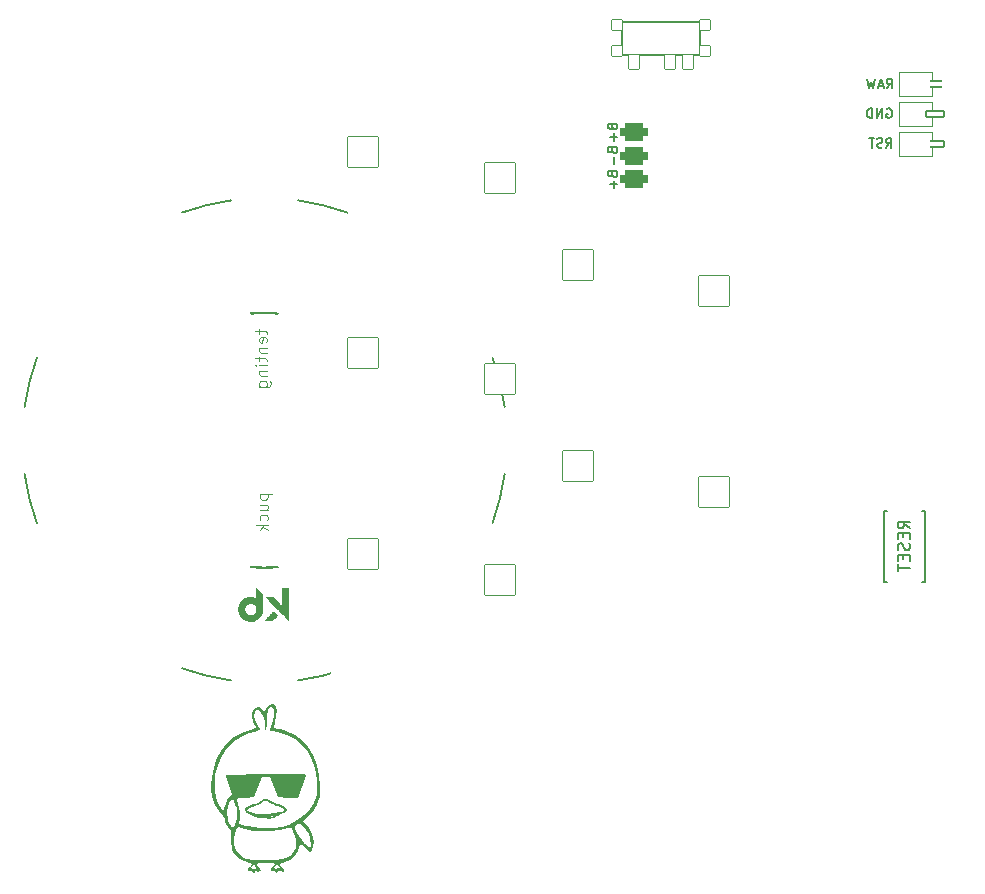
<source format=gbo>
%TF.GenerationSoftware,KiCad,Pcbnew,(6.0.4-0)*%
%TF.CreationDate,2022-07-25T11:54:55+02:00*%
%TF.ProjectId,battoota,62617474-6f6f-4746-912e-6b696361645f,v1.0.0*%
%TF.SameCoordinates,Original*%
%TF.FileFunction,Legend,Bot*%
%TF.FilePolarity,Positive*%
%FSLAX46Y46*%
G04 Gerber Fmt 4.6, Leading zero omitted, Abs format (unit mm)*
G04 Created by KiCad (PCBNEW (6.0.4-0)) date 2022-07-25 11:54:55*
%MOMM*%
%LPD*%
G01*
G04 APERTURE LIST*
G04 Aperture macros list*
%AMRoundRect*
0 Rectangle with rounded corners*
0 $1 Rounding radius*
0 $2 $3 $4 $5 $6 $7 $8 $9 X,Y pos of 4 corners*
0 Add a 4 corners polygon primitive as box body*
4,1,4,$2,$3,$4,$5,$6,$7,$8,$9,$2,$3,0*
0 Add four circle primitives for the rounded corners*
1,1,$1+$1,$2,$3*
1,1,$1+$1,$4,$5*
1,1,$1+$1,$6,$7*
1,1,$1+$1,$8,$9*
0 Add four rect primitives between the rounded corners*
20,1,$1+$1,$2,$3,$4,$5,0*
20,1,$1+$1,$4,$5,$6,$7,0*
20,1,$1+$1,$6,$7,$8,$9,0*
20,1,$1+$1,$8,$9,$2,$3,0*%
%AMFreePoly0*
4,1,16,0.685355,0.785355,0.700000,0.750000,0.691603,0.722265,0.210093,0.000000,0.691603,-0.722265,0.699029,-0.759806,0.677735,-0.791603,0.650000,-0.800000,-0.500000,-0.800000,-0.535355,-0.785355,-0.550000,-0.750000,-0.550000,0.750000,-0.535355,0.785355,-0.500000,0.800000,0.650000,0.800000,0.685355,0.785355,0.685355,0.785355,$1*%
%AMFreePoly1*
4,1,16,0.535355,0.785355,0.550000,0.750000,0.550000,-0.750000,0.535355,-0.785355,0.500000,-0.800000,-0.500000,-0.800000,-0.535355,-0.785355,-0.541603,-0.777735,-1.041603,-0.027735,-1.049029,0.009806,-1.041603,0.027735,-0.541603,0.777735,-0.509806,0.799029,-0.500000,0.800000,0.500000,0.800000,0.535355,0.785355,0.535355,0.785355,$1*%
G04 Aperture macros list end*
%ADD10C,0.150000*%
%ADD11C,0.100000*%
%ADD12C,0.120000*%
%ADD13C,0.200000*%
%ADD14C,0.010000*%
%ADD15RoundRect,0.375000X-0.750000X0.375000X-0.750000X-0.375000X0.750000X-0.375000X0.750000X0.375000X0*%
%ADD16C,1.752600*%
%ADD17C,2.100000*%
%ADD18C,1.801800*%
%ADD19C,3.100000*%
%ADD20C,3.529000*%
%ADD21RoundRect,0.050000X-1.054507X-1.505993X1.505993X-1.054507X1.054507X1.505993X-1.505993X1.054507X0*%
%ADD22C,2.132000*%
%ADD23RoundRect,0.050000X-1.181751X-1.408356X1.408356X-1.181751X1.181751X1.408356X-1.408356X1.181751X0*%
%ADD24RoundRect,0.050000X-1.300000X-1.300000X1.300000X-1.300000X1.300000X1.300000X-1.300000X1.300000X0*%
%ADD25RoundRect,0.050000X-0.450000X-0.450000X0.450000X-0.450000X0.450000X0.450000X-0.450000X0.450000X0*%
%ADD26C,1.100000*%
%ADD27RoundRect,0.050000X-0.450000X-0.625000X0.450000X-0.625000X0.450000X0.625000X-0.450000X0.625000X0*%
%ADD28RoundRect,0.050000X-1.716367X-0.658851X0.658851X-1.716367X1.716367X0.658851X-0.658851X1.716367X0*%
%ADD29RoundRect,0.425000X-0.750000X0.375000X-0.750000X-0.375000X0.750000X-0.375000X0.750000X0.375000X0*%
%ADD30RoundRect,0.050000X-0.863113X-1.623279X1.623279X-0.863113X0.863113X1.623279X-1.623279X0.863113X0*%
%ADD31RoundRect,0.050000X-1.487360X-1.080630X1.080630X-1.487360X1.487360X1.080630X-1.080630X1.487360X0*%
%ADD32C,1.852600*%
%ADD33FreePoly0,180.000000*%
%ADD34RoundRect,0.050000X-0.762000X0.250000X-0.762000X-0.250000X0.762000X-0.250000X0.762000X0.250000X0*%
%ADD35FreePoly1,180.000000*%
%ADD36C,4.500000*%
G04 APERTURE END LIST*
D10*
%TO.C,B1*%
X158422171Y79202634D02*
X157945981Y79535968D01*
X158422171Y79774063D02*
X157422171Y79774063D01*
X157422171Y79393111D01*
X157469791Y79297873D01*
X157517410Y79250254D01*
X157612648Y79202634D01*
X157755505Y79202634D01*
X157850743Y79250254D01*
X157898362Y79297873D01*
X157945981Y79393111D01*
X157945981Y79774063D01*
X157898362Y78774063D02*
X157898362Y78440730D01*
X158422171Y78297873D02*
X158422171Y78774063D01*
X157422171Y78774063D01*
X157422171Y78297873D01*
X158374552Y77916920D02*
X158422171Y77774063D01*
X158422171Y77535968D01*
X158374552Y77440730D01*
X158326933Y77393111D01*
X158231695Y77345492D01*
X158136457Y77345492D01*
X158041219Y77393111D01*
X157993600Y77440730D01*
X157945981Y77535968D01*
X157898362Y77726444D01*
X157850743Y77821682D01*
X157803124Y77869301D01*
X157707886Y77916920D01*
X157612648Y77916920D01*
X157517410Y77869301D01*
X157469791Y77821682D01*
X157422171Y77726444D01*
X157422171Y77488349D01*
X157469791Y77345492D01*
X157898362Y76916920D02*
X157898362Y76583587D01*
X158422171Y76440730D02*
X158422171Y76916920D01*
X157422171Y76916920D01*
X157422171Y76440730D01*
X157422171Y76155015D02*
X157422171Y75583587D01*
X158422171Y75869301D02*
X157422171Y75869301D01*
%TO.C,PAD1*%
X133252648Y109176349D02*
X133290743Y109062063D01*
X133328838Y109023968D01*
X133405029Y108985873D01*
X133519314Y108985873D01*
X133595505Y109023968D01*
X133633600Y109062063D01*
X133671695Y109138254D01*
X133671695Y109443015D01*
X132871695Y109443015D01*
X132871695Y109176349D01*
X132909791Y109100158D01*
X132947886Y109062063D01*
X133024076Y109023968D01*
X133100267Y109023968D01*
X133176457Y109062063D01*
X133214552Y109100158D01*
X133252648Y109176349D01*
X133252648Y109443015D01*
X133366933Y108643015D02*
X133366933Y108033492D01*
X133671695Y108338254D02*
X133062171Y108338254D01*
X133252648Y113176349D02*
X133290743Y113062063D01*
X133328838Y113023968D01*
X133405029Y112985873D01*
X133519314Y112985873D01*
X133595505Y113023968D01*
X133633600Y113062063D01*
X133671695Y113138254D01*
X133671695Y113443015D01*
X132871695Y113443015D01*
X132871695Y113176349D01*
X132909791Y113100158D01*
X132947886Y113062063D01*
X133024076Y113023968D01*
X133100267Y113023968D01*
X133176457Y113062063D01*
X133214552Y113100158D01*
X133252648Y113176349D01*
X133252648Y113443015D01*
X133366933Y112643015D02*
X133366933Y112033492D01*
X133671695Y112338254D02*
X133062171Y112338254D01*
X133252648Y111176349D02*
X133290743Y111062063D01*
X133328838Y111023968D01*
X133405029Y110985873D01*
X133519314Y110985873D01*
X133595505Y111023968D01*
X133633600Y111062063D01*
X133671695Y111138254D01*
X133671695Y111443015D01*
X132871695Y111443015D01*
X132871695Y111176349D01*
X132909791Y111100158D01*
X132947886Y111062063D01*
X133024076Y111023968D01*
X133100267Y111023968D01*
X133176457Y111062063D01*
X133214552Y111100158D01*
X133252648Y111176349D01*
X133252648Y111443015D01*
X133366933Y110643015D02*
X133366933Y110033492D01*
%TO.C,MCU1*%
X156461797Y116446070D02*
X156728464Y116827022D01*
X156918940Y116446070D02*
X156918940Y117246070D01*
X156614178Y117246070D01*
X156537988Y117207975D01*
X156499893Y117169879D01*
X156461797Y117093689D01*
X156461797Y116979403D01*
X156499893Y116903213D01*
X156537988Y116865117D01*
X156614178Y116827022D01*
X156918940Y116827022D01*
X156157036Y116674641D02*
X155776083Y116674641D01*
X156233226Y116446070D02*
X155966559Y117246070D01*
X155699893Y116446070D01*
X155509417Y117246070D02*
X155318940Y116446070D01*
X155166559Y117017498D01*
X155014178Y116446070D01*
X154823702Y117246070D01*
X156424534Y111408502D02*
X156691200Y111789454D01*
X156881677Y111408502D02*
X156881677Y112208502D01*
X156576915Y112208502D01*
X156500724Y112170407D01*
X156462629Y112132311D01*
X156424534Y112056121D01*
X156424534Y111941835D01*
X156462629Y111865645D01*
X156500724Y111827549D01*
X156576915Y111789454D01*
X156881677Y111789454D01*
X156119772Y111446597D02*
X156005486Y111408502D01*
X155815010Y111408502D01*
X155738819Y111446597D01*
X155700724Y111484692D01*
X155662629Y111560883D01*
X155662629Y111637073D01*
X155700724Y111713264D01*
X155738819Y111751359D01*
X155815010Y111789454D01*
X155967391Y111827549D01*
X156043581Y111865645D01*
X156081677Y111903740D01*
X156119772Y111979930D01*
X156119772Y112056121D01*
X156081677Y112132311D01*
X156043581Y112170407D01*
X155967391Y112208502D01*
X155776915Y112208502D01*
X155662629Y112170407D01*
X155434058Y112208502D02*
X154976915Y112208502D01*
X155205486Y111408502D02*
X155205486Y112208502D01*
X156481677Y114710407D02*
X156557868Y114748502D01*
X156672154Y114748502D01*
X156786439Y114710407D01*
X156862630Y114634216D01*
X156900725Y114558026D01*
X156938820Y114405645D01*
X156938820Y114291359D01*
X156900725Y114138978D01*
X156862630Y114062787D01*
X156786439Y113986597D01*
X156672154Y113948502D01*
X156595963Y113948502D01*
X156481677Y113986597D01*
X156443582Y114024692D01*
X156443582Y114291359D01*
X156595963Y114291359D01*
X156100725Y113948502D02*
X156100725Y114748502D01*
X155643582Y113948502D01*
X155643582Y114748502D01*
X155262630Y113948502D02*
X155262630Y114748502D01*
X155072154Y114748502D01*
X154957868Y114710407D01*
X154881677Y114634216D01*
X154843582Y114558026D01*
X154805487Y114405645D01*
X154805487Y114291359D01*
X154843582Y114138978D01*
X154881677Y114062787D01*
X154957868Y113986597D01*
X155072154Y113948502D01*
X155262630Y113948502D01*
D11*
%TO.C,REF\u002A\u002A*%
X103342638Y96061754D02*
X103342638Y95680801D01*
X103009304Y95918896D02*
X103866447Y95918896D01*
X103961685Y95871277D01*
X104009304Y95776039D01*
X104009304Y95680801D01*
X103961685Y94966515D02*
X104009304Y95061754D01*
X104009304Y95252230D01*
X103961685Y95347468D01*
X103866447Y95395087D01*
X103485495Y95395087D01*
X103390257Y95347468D01*
X103342638Y95252230D01*
X103342638Y95061754D01*
X103390257Y94966515D01*
X103485495Y94918896D01*
X103580733Y94918896D01*
X103675971Y95395087D01*
X103342638Y94490325D02*
X104009304Y94490325D01*
X103437876Y94490325D02*
X103390257Y94442706D01*
X103342638Y94347468D01*
X103342638Y94204611D01*
X103390257Y94109373D01*
X103485495Y94061754D01*
X104009304Y94061754D01*
X103342638Y93728420D02*
X103342638Y93347468D01*
X103009304Y93585563D02*
X103866447Y93585563D01*
X103961685Y93537944D01*
X104009304Y93442706D01*
X104009304Y93347468D01*
X104009304Y93014134D02*
X103342638Y93014134D01*
X103009304Y93014134D02*
X103056924Y93061754D01*
X103104543Y93014134D01*
X103056924Y92966515D01*
X103009304Y93014134D01*
X103104543Y93014134D01*
X103342638Y92537944D02*
X104009304Y92537944D01*
X103437876Y92537944D02*
X103390257Y92490325D01*
X103342638Y92395087D01*
X103342638Y92252230D01*
X103390257Y92156992D01*
X103485495Y92109373D01*
X104009304Y92109373D01*
X103342638Y91204611D02*
X104152162Y91204611D01*
X104247400Y91252230D01*
X104295019Y91299849D01*
X104342638Y91395087D01*
X104342638Y91537944D01*
X104295019Y91633182D01*
X103961685Y91204611D02*
X104009304Y91299849D01*
X104009304Y91490325D01*
X103961685Y91585563D01*
X103914066Y91633182D01*
X103818828Y91680801D01*
X103533114Y91680801D01*
X103437876Y91633182D01*
X103390257Y91585563D01*
X103342638Y91490325D01*
X103342638Y91299849D01*
X103390257Y91204611D01*
X103406138Y82107754D02*
X104406138Y82107754D01*
X103453757Y82107754D02*
X103406138Y82012515D01*
X103406138Y81822039D01*
X103453757Y81726801D01*
X103501376Y81679182D01*
X103596614Y81631563D01*
X103882328Y81631563D01*
X103977566Y81679182D01*
X104025185Y81726801D01*
X104072804Y81822039D01*
X104072804Y82012515D01*
X104025185Y82107754D01*
X103406138Y80774420D02*
X104072804Y80774420D01*
X103406138Y81202992D02*
X103929947Y81202992D01*
X104025185Y81155373D01*
X104072804Y81060134D01*
X104072804Y80917277D01*
X104025185Y80822039D01*
X103977566Y80774420D01*
X104025185Y79869658D02*
X104072804Y79964896D01*
X104072804Y80155373D01*
X104025185Y80250611D01*
X103977566Y80298230D01*
X103882328Y80345849D01*
X103596614Y80345849D01*
X103501376Y80298230D01*
X103453757Y80250611D01*
X103406138Y80155373D01*
X103406138Y79964896D01*
X103453757Y79869658D01*
X104072804Y79441087D02*
X103072804Y79441087D01*
X103691852Y79345849D02*
X104072804Y79060134D01*
X103406138Y79060134D02*
X103787090Y79441087D01*
D10*
%TO.C,B1*%
X159719791Y74623254D02*
X159469791Y74623254D01*
X159719791Y80623254D02*
X159719791Y74623254D01*
X156219791Y80623254D02*
X156469791Y80623254D01*
X156469791Y74623254D02*
X156219791Y74623254D01*
X156219791Y74623254D02*
X156219791Y80623254D01*
X159469791Y80623254D02*
X159719791Y80623254D01*
%TO.C,T2*%
X139318406Y122101838D02*
X135418406Y122101838D01*
X140668406Y119251838D02*
X140668406Y122101838D01*
X134068406Y122101838D02*
X134068406Y119251838D01*
X134068406Y119251838D02*
X140668406Y119251838D01*
X137368406Y122101838D02*
X134068406Y122101838D01*
X137368406Y122101838D02*
X140668406Y122101838D01*
D12*
%TO.C,MCU1*%
X160318690Y114622348D02*
X160318690Y115302348D01*
X160318690Y110762348D02*
X160318690Y111422348D01*
X160318690Y117842348D02*
X157518690Y117842348D01*
X157518690Y117842348D02*
X157518690Y115842348D01*
X160318690Y112097348D02*
X160318690Y112762348D01*
X157518690Y110762348D02*
X160318690Y110762348D01*
X160318690Y115842348D02*
X160318690Y116522348D01*
X157518690Y112762348D02*
X157518690Y110762348D01*
X160318690Y115302348D02*
X157518690Y115302348D01*
X160318690Y112762348D02*
X157518690Y112762348D01*
X160318690Y117172348D02*
X160318690Y117842348D01*
X160318690Y113302348D02*
X160318690Y113972348D01*
X157518690Y115302348D02*
X157518690Y113302348D01*
X157518690Y113302348D02*
X160318690Y113302348D01*
X157518690Y115842348D02*
X160318690Y115842348D01*
D13*
%TO.C,REF\u002A\u002A*%
X103810924Y75845253D02*
G75*
G03*
X104939309Y75904390I0J10794901D01*
G01*
X103729388Y97462195D02*
G75*
G03*
X102601003Y97403059I-6J-10794921D01*
G01*
X84524789Y93648298D02*
G75*
G03*
X83490924Y89497754I19286255J-7008074D01*
G01*
X104939309Y97376117D02*
G75*
G03*
X103810924Y97435254I-1128385J-10735763D01*
G01*
X102682539Y75904390D02*
G75*
G03*
X103810924Y75845254I1128379J10735785D01*
G01*
X110818973Y105926387D02*
G75*
G03*
X106668424Y106960254I-7008049J-19286133D01*
G01*
X123097058Y79632206D02*
G75*
G03*
X124130924Y83782754I-19286134J7008048D01*
G01*
X104857773Y97403059D02*
G75*
G03*
X103729388Y97462195I-1128379J-10735785D01*
G01*
X96802879Y67354119D02*
G75*
G03*
X100953424Y66320254I7008045J19286135D01*
G01*
X106668424Y66320254D02*
G75*
G03*
X110818969Y67354119I-2857506J20320019D01*
G01*
X83490923Y83782754D02*
G75*
G03*
X84524789Y79632208I20320001J2857500D01*
G01*
X100953424Y106960255D02*
G75*
G03*
X96802878Y105926389I2857500J-20320001D01*
G01*
X103729388Y75872195D02*
G75*
G03*
X104857773Y75931331I6J10794921D01*
G01*
X102601003Y75931331D02*
G75*
G03*
X103729388Y75872195I1128379J10735785D01*
G01*
X124130924Y89497754D02*
G75*
G03*
X123097058Y93648302I-20320000J-2857500D01*
G01*
X103810924Y97435254D02*
G75*
G03*
X102682539Y97376118I-6J-10794921D01*
G01*
G36*
X105810340Y71440839D02*
G01*
X105719496Y71533115D01*
X105705715Y71547111D01*
X105673854Y71579464D01*
X105627907Y71626118D01*
X105569091Y71685836D01*
X105498624Y71757381D01*
X105417725Y71839518D01*
X105327610Y71931011D01*
X105229498Y72030622D01*
X105124606Y72137115D01*
X105014152Y72249255D01*
X104899353Y72365804D01*
X104781428Y72485527D01*
X103934204Y73345664D01*
X104222572Y73348757D01*
X104510940Y73351851D01*
X105313886Y72549151D01*
X105313886Y74182709D01*
X105810340Y74182709D01*
X105810340Y71440839D01*
G37*
D14*
X105810340Y71440839D02*
X105719496Y71533115D01*
X105705715Y71547111D01*
X105673854Y71579464D01*
X105627907Y71626118D01*
X105569091Y71685836D01*
X105498624Y71757381D01*
X105417725Y71839518D01*
X105327610Y71931011D01*
X105229498Y72030622D01*
X105124606Y72137115D01*
X105014152Y72249255D01*
X104899353Y72365804D01*
X104781428Y72485527D01*
X103934204Y73345664D01*
X104222572Y73348757D01*
X104510940Y73351851D01*
X105313886Y72549151D01*
X105313886Y74182709D01*
X105810340Y74182709D01*
X105810340Y71440839D01*
G36*
X103607105Y72236831D02*
G01*
X103604492Y72208436D01*
X103595623Y72161986D01*
X103558070Y72034826D01*
X103502904Y71908963D01*
X103433212Y71790781D01*
X103352081Y71686661D01*
X103343687Y71677495D01*
X103235375Y71577169D01*
X103112955Y71493172D01*
X102979782Y71427193D01*
X102839214Y71380918D01*
X102694606Y71356037D01*
X102594360Y71351554D01*
X102445939Y71362953D01*
X102302520Y71395206D01*
X102166284Y71447229D01*
X102039409Y71517943D01*
X101924076Y71606265D01*
X101822463Y71711114D01*
X101736751Y71831407D01*
X101679496Y71938326D01*
X101626351Y72077562D01*
X101594995Y72222126D01*
X101588491Y72318490D01*
X102083730Y72318490D01*
X102084012Y72313200D01*
X102088330Y72257897D01*
X102095687Y72215605D01*
X102108332Y72176997D01*
X102128513Y72132751D01*
X102150001Y72094424D01*
X102191486Y72035630D01*
X102239543Y71980174D01*
X102288866Y71933980D01*
X102334152Y71902976D01*
X102350319Y71895200D01*
X102391224Y71877840D01*
X102434221Y71861754D01*
X102507048Y71842466D01*
X102610749Y71833945D01*
X102712290Y71846739D01*
X102809076Y71879871D01*
X102898508Y71932364D01*
X102977989Y72003241D01*
X103044923Y72091524D01*
X103073577Y72145669D01*
X103104009Y72239688D01*
X103114581Y72337237D01*
X103106275Y72435185D01*
X103080073Y72530398D01*
X103036960Y72619745D01*
X102977917Y72700091D01*
X102903927Y72768305D01*
X102815975Y72821254D01*
X102801972Y72827540D01*
X102703626Y72858165D01*
X102602274Y72868347D01*
X102501370Y72859027D01*
X102404371Y72831149D01*
X102314735Y72785653D01*
X102235918Y72723483D01*
X102171376Y72645579D01*
X102153606Y72617050D01*
X102109954Y72523627D01*
X102087098Y72425735D01*
X102083730Y72318490D01*
X101588491Y72318490D01*
X101584704Y72374604D01*
X101588265Y72464274D01*
X101610946Y72614553D01*
X101653698Y72756522D01*
X101715508Y72888507D01*
X101795366Y73008832D01*
X101892260Y73115821D01*
X102005180Y73207801D01*
X102133113Y73283094D01*
X102202964Y73315733D01*
X102278102Y73344950D01*
X102349754Y73364442D01*
X102426237Y73376379D01*
X102515872Y73382931D01*
X102533684Y73383599D01*
X102672885Y73377161D01*
X102803268Y73349485D01*
X102925484Y73300381D01*
X103040181Y73229659D01*
X103064315Y73212457D01*
X103089161Y73196114D01*
X103101592Y73189800D01*
X103102500Y73193830D01*
X103103949Y73217637D01*
X103105276Y73260760D01*
X103106445Y73320835D01*
X103107421Y73395497D01*
X103108171Y73482383D01*
X103108660Y73579128D01*
X103108852Y73683368D01*
X103109000Y74176936D01*
X103616704Y73666910D01*
X103616617Y72975196D01*
X103616614Y72963460D01*
X103616353Y72812986D01*
X103615689Y72675714D01*
X103614645Y72553058D01*
X103613242Y72446429D01*
X103611503Y72357240D01*
X103610919Y72337237D01*
X103609450Y72286903D01*
X103607105Y72236831D01*
G37*
X103607105Y72236831D02*
X103604492Y72208436D01*
X103595623Y72161986D01*
X103558070Y72034826D01*
X103502904Y71908963D01*
X103433212Y71790781D01*
X103352081Y71686661D01*
X103343687Y71677495D01*
X103235375Y71577169D01*
X103112955Y71493172D01*
X102979782Y71427193D01*
X102839214Y71380918D01*
X102694606Y71356037D01*
X102594360Y71351554D01*
X102445939Y71362953D01*
X102302520Y71395206D01*
X102166284Y71447229D01*
X102039409Y71517943D01*
X101924076Y71606265D01*
X101822463Y71711114D01*
X101736751Y71831407D01*
X101679496Y71938326D01*
X101626351Y72077562D01*
X101594995Y72222126D01*
X101588491Y72318490D01*
X102083730Y72318490D01*
X102084012Y72313200D01*
X102088330Y72257897D01*
X102095687Y72215605D01*
X102108332Y72176997D01*
X102128513Y72132751D01*
X102150001Y72094424D01*
X102191486Y72035630D01*
X102239543Y71980174D01*
X102288866Y71933980D01*
X102334152Y71902976D01*
X102350319Y71895200D01*
X102391224Y71877840D01*
X102434221Y71861754D01*
X102507048Y71842466D01*
X102610749Y71833945D01*
X102712290Y71846739D01*
X102809076Y71879871D01*
X102898508Y71932364D01*
X102977989Y72003241D01*
X103044923Y72091524D01*
X103073577Y72145669D01*
X103104009Y72239688D01*
X103114581Y72337237D01*
X103106275Y72435185D01*
X103080073Y72530398D01*
X103036960Y72619745D01*
X102977917Y72700091D01*
X102903927Y72768305D01*
X102815975Y72821254D01*
X102801972Y72827540D01*
X102703626Y72858165D01*
X102602274Y72868347D01*
X102501370Y72859027D01*
X102404371Y72831149D01*
X102314735Y72785653D01*
X102235918Y72723483D01*
X102171376Y72645579D01*
X102153606Y72617050D01*
X102109954Y72523627D01*
X102087098Y72425735D01*
X102083730Y72318490D01*
X101588491Y72318490D01*
X101584704Y72374604D01*
X101588265Y72464274D01*
X101610946Y72614553D01*
X101653698Y72756522D01*
X101715508Y72888507D01*
X101795366Y73008832D01*
X101892260Y73115821D01*
X102005180Y73207801D01*
X102133113Y73283094D01*
X102202964Y73315733D01*
X102278102Y73344950D01*
X102349754Y73364442D01*
X102426237Y73376379D01*
X102515872Y73382931D01*
X102533684Y73383599D01*
X102672885Y73377161D01*
X102803268Y73349485D01*
X102925484Y73300381D01*
X103040181Y73229659D01*
X103064315Y73212457D01*
X103089161Y73196114D01*
X103101592Y73189800D01*
X103102500Y73193830D01*
X103103949Y73217637D01*
X103105276Y73260760D01*
X103106445Y73320835D01*
X103107421Y73395497D01*
X103108171Y73482383D01*
X103108660Y73579128D01*
X103108852Y73683368D01*
X103109000Y74176936D01*
X103616704Y73666910D01*
X103616617Y72975196D01*
X103616614Y72963460D01*
X103616353Y72812986D01*
X103615689Y72675714D01*
X103614645Y72553058D01*
X103613242Y72446429D01*
X103611503Y72357240D01*
X103610919Y72337237D01*
X103609450Y72286903D01*
X103607105Y72236831D01*
G36*
X104516572Y72150526D02*
G01*
X104528801Y72140478D01*
X104554283Y72116858D01*
X104590430Y72082145D01*
X104634654Y72038820D01*
X104684367Y71989365D01*
X104845402Y71828021D01*
X104811520Y71790206D01*
X104808343Y71786714D01*
X104786475Y71763505D01*
X104752129Y71727759D01*
X104708313Y71682579D01*
X104658030Y71631066D01*
X104604288Y71576323D01*
X104430938Y71400254D01*
X103810924Y71400254D01*
X103839225Y71433889D01*
X103841518Y71436580D01*
X103862186Y71459809D01*
X103894944Y71495649D01*
X103937804Y71541994D01*
X103988776Y71596737D01*
X104045872Y71657772D01*
X104107102Y71722991D01*
X104170477Y71790289D01*
X104234010Y71857559D01*
X104295709Y71922694D01*
X104353588Y71983588D01*
X104405655Y72038134D01*
X104449924Y72084226D01*
X104484403Y72119757D01*
X104507106Y72142620D01*
X104516041Y72150709D01*
X104516572Y72150526D01*
G37*
X104516572Y72150526D02*
X104528801Y72140478D01*
X104554283Y72116858D01*
X104590430Y72082145D01*
X104634654Y72038820D01*
X104684367Y71989365D01*
X104845402Y71828021D01*
X104811520Y71790206D01*
X104808343Y71786714D01*
X104786475Y71763505D01*
X104752129Y71727759D01*
X104708313Y71682579D01*
X104658030Y71631066D01*
X104604288Y71576323D01*
X104430938Y71400254D01*
X103810924Y71400254D01*
X103839225Y71433889D01*
X103841518Y71436580D01*
X103862186Y71459809D01*
X103894944Y71495649D01*
X103937804Y71541994D01*
X103988776Y71596737D01*
X104045872Y71657772D01*
X104107102Y71722991D01*
X104170477Y71790289D01*
X104234010Y71857559D01*
X104295709Y71922694D01*
X104353588Y71983588D01*
X104405655Y72038134D01*
X104449924Y72084226D01*
X104484403Y72119757D01*
X104507106Y72142620D01*
X104516041Y72150709D01*
X104516572Y72150526D01*
%TO.C,G\u002A\u002A\u002A*%
G36*
X104630151Y54707570D02*
G01*
X104396858Y54643258D01*
X104146747Y54624050D01*
X103810667Y54635225D01*
X103526219Y54656367D01*
X103256312Y54699910D01*
X103120476Y54741218D01*
X103661943Y54741218D01*
X103712212Y54724332D01*
X103895333Y54717727D01*
X104019582Y54720197D01*
X104125956Y54733481D01*
X104085833Y54754419D01*
X103951551Y54768426D01*
X103704833Y54754419D01*
X103661943Y54741218D01*
X103120476Y54741218D01*
X102994058Y54779662D01*
X102876275Y54830486D01*
X104341597Y54830486D01*
X104342908Y54801584D01*
X104452722Y54786018D01*
X104535945Y54799576D01*
X104503875Y54837170D01*
X104454914Y54850698D01*
X104341597Y54830486D01*
X102876275Y54830486D01*
X102687996Y54911729D01*
X102286667Y55112217D01*
X102208282Y55183879D01*
X102132425Y55360900D01*
X102132991Y55368759D01*
X102339283Y55368759D01*
X102397983Y55253540D01*
X102625333Y55143946D01*
X102847118Y55090411D01*
X103223604Y55048327D01*
X103664575Y55034937D01*
X104131166Y55047895D01*
X104584513Y55084850D01*
X104985752Y55143456D01*
X105296017Y55221363D01*
X105476445Y55316223D01*
X105492870Y55337106D01*
X105467648Y55440963D01*
X105285368Y55554542D01*
X104955354Y55671486D01*
X104780003Y55729272D01*
X104492971Y55850367D01*
X104290142Y55968931D01*
X104063133Y56096450D01*
X103778078Y56113650D01*
X103516467Y55966671D01*
X103392165Y55880634D01*
X103135190Y55755590D01*
X102833677Y55645696D01*
X102725675Y55610865D01*
X102448694Y55488302D01*
X102339283Y55368759D01*
X102132991Y55368759D01*
X102140521Y55473243D01*
X102240681Y55587134D01*
X102471092Y55710227D01*
X102577253Y55755334D01*
X102833403Y55842614D01*
X103021004Y55878141D01*
X103048079Y55880318D01*
X103244595Y55951562D01*
X103456560Y56091667D01*
X103505819Y56131487D01*
X103779808Y56277658D01*
X104047205Y56267960D01*
X104345483Y56102867D01*
X104364727Y56089006D01*
X104645319Y55941058D01*
X104941455Y55852737D01*
X105061155Y55830092D01*
X105379092Y55717187D01*
X105594233Y55556210D01*
X105673333Y55369127D01*
X105669109Y55337106D01*
X105668339Y55331266D01*
X105588156Y55214183D01*
X105392697Y55076498D01*
X105059500Y54901081D01*
X104915777Y54831706D01*
X104841849Y54799576D01*
X104689770Y54733481D01*
X104630151Y54707570D01*
G37*
G36*
X107799442Y51985333D02*
G01*
X107620028Y51773667D01*
X107429847Y51994905D01*
X107238073Y52186204D01*
X107023991Y52353234D01*
X106808316Y52490324D01*
X106707046Y52111686D01*
X106629659Y51887333D01*
X106366231Y51462822D01*
X105994214Y51144981D01*
X105540861Y50960708D01*
X105290623Y50892245D01*
X105117737Y50798440D01*
X105105769Y50691711D01*
X105250000Y50565649D01*
X105352742Y50466672D01*
X105378027Y50400075D01*
X105419333Y50291283D01*
X105407101Y50168285D01*
X105337061Y50132079D01*
X105168231Y50205783D01*
X105044914Y50243962D01*
X104964787Y50163450D01*
X104913787Y50081950D01*
X104793044Y50046823D01*
X104691542Y50155644D01*
X104639140Y50215602D01*
X104482532Y50230436D01*
X104399061Y50222079D01*
X104322767Y50286006D01*
X104347863Y50399653D01*
X104516775Y50399653D01*
X104588529Y50406426D01*
X104675489Y50412391D01*
X104770055Y50308474D01*
X104782357Y50267625D01*
X104819397Y50234979D01*
X104870367Y50357285D01*
X104882796Y50393841D01*
X104950581Y50494172D01*
X105050721Y50451053D01*
X105122415Y50405425D01*
X105216964Y50400075D01*
X105205574Y50453346D01*
X105087918Y50542119D01*
X104978257Y50630734D01*
X104904649Y50781812D01*
X104890157Y50872713D01*
X104852119Y50800000D01*
X104777115Y50677619D01*
X104625970Y50516952D01*
X104578370Y50474588D01*
X104516775Y50399653D01*
X104347863Y50399653D01*
X104352613Y50421165D01*
X104488000Y50588333D01*
X104600721Y50708613D01*
X104657333Y50813122D01*
X104638058Y50829097D01*
X104491057Y50857605D01*
X104230892Y50877310D01*
X103895333Y50884667D01*
X103500743Y50875436D01*
X103243987Y50841712D01*
X103133063Y50776462D01*
X103156460Y50672668D01*
X103302667Y50523312D01*
X103412249Y50398914D01*
X103435969Y50339995D01*
X103472000Y50250496D01*
X103416192Y50147763D01*
X103289393Y50129312D01*
X103172536Y50212400D01*
X103114992Y50241809D01*
X103003905Y50148900D01*
X102993052Y50134460D01*
X102887871Y50046615D01*
X102783433Y50101500D01*
X102715286Y50151084D01*
X102523733Y50207333D01*
X102469490Y50213637D01*
X102380726Y50295190D01*
X102401931Y50411615D01*
X102582325Y50411615D01*
X102641196Y50409547D01*
X102727380Y50413538D01*
X102813434Y50308474D01*
X102825393Y50257281D01*
X102862678Y50220838D01*
X102937544Y50330334D01*
X102972231Y50386915D01*
X103058980Y50448307D01*
X103188640Y50375229D01*
X103250894Y50330200D01*
X103265299Y50339995D01*
X103165277Y50463896D01*
X103025462Y50647764D01*
X102939127Y50800000D01*
X102938865Y50800718D01*
X102900071Y50877530D01*
X102886018Y50789160D01*
X102832576Y50660603D01*
X102688833Y50509234D01*
X102669500Y50494616D01*
X102582325Y50411615D01*
X102401931Y50411615D01*
X102405276Y50429982D01*
X102540667Y50565649D01*
X102631006Y50631564D01*
X102701167Y50756732D01*
X102606699Y50856951D01*
X102350167Y50927352D01*
X102337828Y50929377D01*
X101861255Y51091629D01*
X101460784Y51391861D01*
X101171089Y51804285D01*
X101087814Y51998086D01*
X101023345Y52239840D01*
X100993408Y52536258D01*
X100988903Y52944280D01*
X100988860Y52981843D01*
X101209666Y52981843D01*
X101243855Y52458080D01*
X101403259Y51986486D01*
X101675834Y51597674D01*
X102049535Y51322256D01*
X102087740Y51303624D01*
X102276097Y51225150D01*
X102480546Y51170693D01*
X102739395Y51134516D01*
X103090955Y51110884D01*
X103573535Y51094059D01*
X104144697Y51085675D01*
X104763194Y51103676D01*
X105251581Y51160229D01*
X105630819Y51261432D01*
X105921870Y51413383D01*
X106145694Y51622178D01*
X106323254Y51893915D01*
X106424529Y52130475D01*
X106506471Y52510221D01*
X106495436Y52859890D01*
X106388576Y53125717D01*
X106373639Y53146821D01*
X106266099Y53356554D01*
X106176048Y53613628D01*
X106118673Y53792155D01*
X106046930Y53880658D01*
X105944947Y53858602D01*
X105924596Y53849158D01*
X105746335Y53789770D01*
X105464680Y53713483D01*
X105130784Y53634382D01*
X105065628Y53620603D01*
X104366584Y53533659D01*
X103602673Y53530520D01*
X102846225Y53608041D01*
X102169571Y53763080D01*
X101877909Y53846803D01*
X101618710Y53880246D01*
X101452449Y53816468D01*
X101344247Y53638916D01*
X101259226Y53331036D01*
X101209666Y52981843D01*
X100988860Y52981843D01*
X100988570Y53237704D01*
X100973264Y53515229D01*
X100937135Y53672581D01*
X100876186Y53737889D01*
X100832845Y53765392D01*
X100703348Y53921409D01*
X100570098Y54152370D01*
X100466010Y54396190D01*
X100424000Y54590787D01*
X100417492Y54631718D01*
X100326503Y54805426D01*
X100162447Y54996326D01*
X100006162Y55166417D01*
X100623034Y55166417D01*
X100677891Y54610457D01*
X100712798Y54490235D01*
X100833625Y54214049D01*
X100973471Y54018144D01*
X101171612Y53832000D01*
X101324621Y54065520D01*
X101331980Y54077211D01*
X101424587Y54337259D01*
X101472045Y54698011D01*
X101473874Y55100552D01*
X101429593Y55485965D01*
X101338723Y55795333D01*
X101324513Y55826852D01*
X101220312Y56070303D01*
X101146909Y56261000D01*
X101133108Y56298654D01*
X101086548Y56353984D01*
X101015508Y56294714D01*
X100892074Y56103603D01*
X100715494Y55709602D01*
X100623034Y55166417D01*
X100006162Y55166417D01*
X99931662Y55247498D01*
X99586687Y55808695D01*
X99368912Y56467274D01*
X99280310Y57211605D01*
X99291634Y57429453D01*
X99577333Y57429453D01*
X99591598Y56996053D01*
X99672256Y56449611D01*
X99836742Y55973902D01*
X100099358Y55516515D01*
X100311877Y55203765D01*
X100454579Y55717039D01*
X100512624Y55897483D01*
X100660243Y56225386D01*
X100822024Y56455054D01*
X101046766Y56679797D01*
X100767747Y57469373D01*
X100690937Y57692082D01*
X100594480Y57991971D01*
X100535123Y58204433D01*
X100523469Y58293691D01*
X100533327Y58296156D01*
X100669931Y58305891D01*
X100952109Y58317554D01*
X101361589Y58330639D01*
X101880102Y58344643D01*
X102489378Y58359060D01*
X103171145Y58373386D01*
X103907135Y58387118D01*
X104795177Y58401149D01*
X105579608Y58409805D01*
X106208620Y58411980D01*
X106689312Y58407606D01*
X107028786Y58396614D01*
X107234143Y58378938D01*
X107312483Y58354508D01*
X107307050Y58248229D01*
X107249196Y58017387D01*
X107148276Y57697411D01*
X107014266Y57322808D01*
X106659625Y56382404D01*
X105807568Y56406369D01*
X104955512Y56430333D01*
X104261764Y58123667D01*
X103601220Y58123667D01*
X103254393Y57277000D01*
X102907567Y56430333D01*
X102164569Y56405736D01*
X102121125Y56404380D01*
X101791435Y56396045D01*
X101586381Y56374134D01*
X101487795Y56308177D01*
X101477510Y56167705D01*
X101537359Y55922247D01*
X101649173Y55541333D01*
X101717659Y55233477D01*
X101720290Y55100552D01*
X101729460Y54637344D01*
X101676032Y54199020D01*
X102256516Y54013069D01*
X102381603Y53976360D01*
X102909152Y53870313D01*
X103513967Y53806463D01*
X104136441Y53787253D01*
X104716969Y53815128D01*
X105195943Y53892532D01*
X105246688Y53909326D01*
X106351494Y53909326D01*
X106390368Y53730301D01*
X106518490Y53441811D01*
X106708946Y53115634D01*
X106933603Y52799169D01*
X107164329Y52539817D01*
X107196620Y52510221D01*
X107369582Y52351693D01*
X107543381Y52209176D01*
X107635814Y52154667D01*
X107659990Y52167971D01*
X107696983Y52296558D01*
X107704551Y52522068D01*
X107685264Y52795410D01*
X107641694Y53067490D01*
X107576409Y53289213D01*
X107523846Y53397075D01*
X107350897Y53671777D01*
X107145022Y53932562D01*
X106977735Y54111678D01*
X106854785Y54204283D01*
X106744974Y54207257D01*
X106596613Y54140169D01*
X106584045Y54133534D01*
X106419054Y54015990D01*
X106351494Y53909326D01*
X105246688Y53909326D01*
X105885072Y54120600D01*
X106577636Y54472478D01*
X107178727Y54912535D01*
X107663451Y55422255D01*
X108006911Y55983122D01*
X108086050Y56163499D01*
X108172071Y56405438D01*
X108220933Y56648424D01*
X108242355Y56948489D01*
X108246059Y57361667D01*
X108233847Y57779333D01*
X108144551Y58506649D01*
X107955106Y59186223D01*
X107649351Y59886437D01*
X107444161Y60251778D01*
X106969924Y60864119D01*
X106392712Y61346115D01*
X105704860Y61703495D01*
X104898703Y61941985D01*
X104848022Y61952616D01*
X104556096Y62016566D01*
X104344460Y62067479D01*
X104255967Y62095145D01*
X104253630Y62102716D01*
X104279213Y62214187D01*
X104350757Y62407500D01*
X104426846Y62619207D01*
X104524172Y62978858D01*
X104595789Y63347712D01*
X104631429Y63669494D01*
X104620827Y63887926D01*
X104559249Y64018007D01*
X104397400Y64092667D01*
X104368545Y64090770D01*
X104202876Y63985839D01*
X104080976Y63726886D01*
X104005724Y63322946D01*
X103980000Y62783053D01*
X103973060Y62468386D01*
X103951015Y62210475D01*
X103920090Y62080986D01*
X103886732Y62089934D01*
X103857386Y62247336D01*
X103838501Y62563209D01*
X103811962Y62865990D01*
X103708895Y63278090D01*
X103543192Y63593086D01*
X103329296Y63776561D01*
X103236143Y63809953D01*
X103059528Y63789447D01*
X102955656Y63620138D01*
X102921667Y63298676D01*
X102969683Y62962479D01*
X103147334Y62640621D01*
X103284157Y62452524D01*
X103395912Y62237979D01*
X103371634Y62097781D01*
X103200337Y62003552D01*
X102871037Y61926916D01*
X102514894Y61842944D01*
X101790956Y61553262D01*
X101153053Y61128956D01*
X100610423Y60582637D01*
X100172300Y59926916D01*
X99847920Y59174405D01*
X99646519Y58337713D01*
X99577333Y57429453D01*
X99291634Y57429453D01*
X99322854Y58030057D01*
X99498516Y58910998D01*
X99714637Y59564422D01*
X100100594Y60336015D01*
X100591518Y60989912D01*
X101178665Y61516989D01*
X101853291Y61908122D01*
X102606652Y62154187D01*
X102820479Y62201611D01*
X103026705Y62250687D01*
X103116352Y62276777D01*
X103113828Y62297299D01*
X103049179Y62420230D01*
X102925852Y62612889D01*
X102787409Y62875491D01*
X102704290Y63251560D01*
X102747669Y63602480D01*
X102917818Y63884849D01*
X103037321Y63996981D01*
X103184764Y64076560D01*
X103334198Y64037237D01*
X103544308Y63878407D01*
X103798941Y63664147D01*
X103910637Y63896498D01*
X104042017Y64082620D01*
X104249381Y64256116D01*
X104383944Y64323239D01*
X104511315Y64328022D01*
X104651548Y64224903D01*
X104749675Y64085694D01*
X104821521Y63771329D01*
X104805796Y63344949D01*
X104701780Y62826604D01*
X104654589Y62630014D01*
X104618996Y62419930D01*
X104623079Y62320699D01*
X104692549Y62291120D01*
X104889183Y62236755D01*
X105159750Y62176064D01*
X105646798Y62044555D01*
X106358391Y61718224D01*
X106980856Y61258241D01*
X107507025Y60675014D01*
X107929730Y59978953D01*
X108241804Y59180466D01*
X108436078Y58289961D01*
X108502260Y57361667D01*
X108505384Y57317846D01*
X108505914Y57062525D01*
X108499961Y56708150D01*
X108478003Y56449785D01*
X108431675Y56240285D01*
X108352614Y56032507D01*
X108232459Y55779309D01*
X107973312Y55341863D01*
X107496756Y54796888D01*
X107038261Y54377850D01*
X107294885Y54134092D01*
X107535219Y53850123D01*
X107752833Y53458525D01*
X107897385Y53036541D01*
X107959553Y52623879D01*
X107951282Y52522068D01*
X107930013Y52260241D01*
X107799442Y51985333D01*
G37*
%TD*%
D15*
%TO.C,PAD1*%
X135109791Y108738254D03*
X135109791Y110738254D03*
X135109791Y112738254D03*
%TD*%
D16*
%TO.C,MCU1*%
X161977213Y114302348D03*
X161977213Y111762348D03*
X146737213Y111762348D03*
X146737213Y116926094D03*
X161977213Y116842348D03*
X146737213Y114302348D03*
X146737213Y109222348D03*
X146737213Y106682348D03*
X146737213Y104142348D03*
X146737213Y101602348D03*
X146737213Y99062348D03*
X146737213Y96522348D03*
X146737213Y93982348D03*
X146737213Y91442348D03*
X146737213Y88902348D03*
X161977213Y109222348D03*
X161977213Y106682348D03*
X161977213Y104142348D03*
X161977213Y101602348D03*
X161977213Y99062348D03*
X161977213Y96522348D03*
X161977213Y93982348D03*
X161977213Y91442348D03*
X161977213Y88902348D03*
%TD*%
%LPC*%
D17*
%TO.C,B1*%
X157969791Y80873254D03*
X157969791Y74373254D03*
%TD*%
D18*
%TO.C,S11*%
X65970667Y103790002D03*
D19*
X75659968Y109306336D03*
X70353903Y110604673D03*
D20*
X71387110Y104745067D03*
D18*
X76803553Y105700132D03*
D19*
X65811891Y107569854D03*
D21*
X67128657Y110035975D03*
D22*
X67122934Y100134557D03*
X76971012Y101871038D03*
D21*
X78885214Y109875034D03*
D22*
X72411634Y98934701D03*
%TD*%
D19*
%TO.C,S15*%
X88913836Y100414117D03*
X93703066Y103041525D03*
X98875783Y101285675D03*
D20*
X94221643Y97114167D03*
D18*
X99700714Y97593524D03*
X88742572Y96634810D03*
D22*
X89571861Y92892848D03*
D23*
X90440528Y102756090D03*
D22*
X99533808Y93764406D03*
D23*
X102138320Y101571110D03*
D22*
X94735862Y91236618D03*
%TD*%
D19*
%TO.C,S21*%
X120424791Y91827253D03*
D18*
X109924791Y88077254D03*
X120924791Y88077254D03*
D20*
X115424791Y88077254D03*
D19*
X115424791Y94027254D03*
X110424791Y91827253D03*
D24*
X112149790Y94027254D03*
D22*
X120424791Y84277254D03*
X110424791Y84277254D03*
X115424791Y82177254D03*
D24*
X123699791Y91827253D03*
%TD*%
D25*
%TO.C,T2*%
X141068406Y121851838D03*
X133668406Y121851838D03*
X141068406Y119651838D03*
X133668406Y119651838D03*
D26*
X135868406Y120751838D03*
X138868406Y120751838D03*
D27*
X135118406Y118676838D03*
X138118406Y118676838D03*
X139618406Y118676838D03*
%TD*%
D19*
%TO.C,S29*%
X128599495Y99294490D03*
D20*
X133599495Y95544491D03*
D19*
X133599495Y101494491D03*
D18*
X128099495Y95544491D03*
X139099495Y95544491D03*
D19*
X138599495Y99294490D03*
D22*
X128599495Y91744491D03*
X138599495Y91744491D03*
D24*
X130324494Y101494491D03*
D22*
X133599495Y89644491D03*
D24*
X141874495Y99294490D03*
%TD*%
D18*
%TO.C,S33*%
X157238501Y43549992D03*
D19*
X149171536Y51246522D03*
X158306990Y47179155D03*
D18*
X147189501Y48024096D03*
D19*
X154634084Y51222639D03*
D20*
X152214001Y45787044D03*
D28*
X151642222Y52554702D03*
D22*
X155236129Y40281888D03*
X146100674Y44349254D03*
X149814255Y40397126D03*
D28*
X161298852Y45847093D03*
%TD*%
D19*
%TO.C,S7*%
X81564006Y75822872D03*
X76257941Y77121209D03*
D18*
X71874705Y70306538D03*
D19*
X71715929Y74086390D03*
D20*
X77291148Y71261603D03*
D18*
X82707591Y72216668D03*
D22*
X82875050Y68387574D03*
D21*
X73032695Y76552511D03*
D22*
X73026972Y66651093D03*
D21*
X84789252Y76391570D03*
D22*
X78315672Y65451237D03*
%TD*%
D29*
%TO.C,PAD1*%
X135109791Y108738254D03*
X135109791Y110738254D03*
X135109791Y112738254D03*
%TD*%
D19*
%TO.C,S5*%
X56527389Y87777963D03*
D20*
X52842259Y82729963D03*
D19*
X51102647Y88419976D03*
D18*
X47582583Y81121919D03*
D19*
X46964342Y84854246D03*
D18*
X58101935Y84338007D03*
D22*
X58734795Y80557863D03*
D30*
X47970748Y87462459D03*
D22*
X49171748Y77634146D03*
D30*
X59659287Y88735481D03*
D22*
X54567252Y77087765D03*
%TD*%
D19*
%TO.C,S27*%
X133599495Y84494491D03*
D18*
X128099495Y78544491D03*
D19*
X138599495Y82294490D03*
D18*
X139099495Y78544491D03*
D19*
X128599495Y82294490D03*
D20*
X133599495Y78544491D03*
D22*
X138599495Y74744491D03*
D24*
X130324494Y84494491D03*
D22*
X128599495Y74744491D03*
X133599495Y72644491D03*
D24*
X141874495Y82294490D03*
%TD*%
D19*
%TO.C,S9*%
X78611987Y92564604D03*
D18*
X68922686Y87048270D03*
D20*
X74339129Y88003335D03*
D19*
X73305922Y93862941D03*
D18*
X79755572Y88958400D03*
D19*
X68763910Y90828122D03*
D22*
X79923031Y85129306D03*
X70074953Y83392825D03*
D21*
X70080676Y93294243D03*
X81837233Y93133302D03*
D22*
X75363653Y82192969D03*
%TD*%
D19*
%TO.C,S13*%
X90395484Y83478807D03*
X100357431Y84350365D03*
D18*
X101182362Y80658214D03*
D19*
X95184714Y86106215D03*
D18*
X90224220Y79699500D03*
D20*
X95703291Y80178857D03*
D22*
X91053509Y75957538D03*
D23*
X91922176Y85820780D03*
D22*
X101015456Y76829096D03*
X96217510Y74301308D03*
D23*
X103619968Y84635800D03*
%TD*%
D19*
%TO.C,S17*%
X92221419Y119976835D03*
D18*
X98219067Y114528834D03*
D19*
X97394136Y118220985D03*
D18*
X87260925Y113570120D03*
D19*
X87432189Y117349427D03*
D20*
X92739996Y114049477D03*
D23*
X88958881Y119691400D03*
D22*
X98052161Y110699716D03*
X88090214Y109828158D03*
X93254215Y108171928D03*
D23*
X100656673Y118506420D03*
%TD*%
D19*
%TO.C,S31*%
X138500399Y54407457D03*
X128623515Y55971802D03*
D20*
X132975328Y51485799D03*
D18*
X127543042Y52346189D03*
X138407614Y50625409D03*
D19*
X133906113Y57362545D03*
D22*
X137319319Y46950411D03*
X127442435Y48514756D03*
D31*
X130671433Y57874868D03*
X141735078Y53895134D03*
D22*
X132052365Y45658438D03*
%TD*%
D32*
%TO.C,MCU1*%
X161977213Y114302348D03*
D33*
X159643690Y114302348D03*
D32*
X161977213Y111762348D03*
D34*
X160593690Y116842348D03*
D32*
X146737213Y111762348D03*
D34*
X160593690Y114302348D03*
X160593690Y111762348D03*
D33*
X159643690Y111762348D03*
X159643690Y116842348D03*
D32*
X146737213Y116926094D03*
X161977213Y116842348D03*
X146737213Y114302348D03*
D35*
X158193690Y116842348D03*
X158193690Y114302348D03*
X158193690Y111762348D03*
D32*
X146737213Y109222348D03*
X146737213Y106682348D03*
X146737213Y104142348D03*
X146737213Y101602348D03*
X146737213Y99062348D03*
X146737213Y96522348D03*
X146737213Y93982348D03*
X146737213Y91442348D03*
X146737213Y88902348D03*
X161977213Y109222348D03*
X161977213Y106682348D03*
X161977213Y104142348D03*
X161977213Y101602348D03*
X161977213Y99062348D03*
X161977213Y96522348D03*
X161977213Y93982348D03*
X161977213Y91442348D03*
X161977213Y88902348D03*
%TD*%
D18*
%TO.C,S3*%
X52552902Y64864738D03*
X63072254Y68080826D03*
D19*
X56072966Y72162795D03*
X51934661Y68597065D03*
X61497708Y71520782D03*
D20*
X57812578Y66472782D03*
D22*
X54142067Y61376965D03*
D30*
X52941067Y71205278D03*
D22*
X63705114Y64300682D03*
X59537571Y60830584D03*
D30*
X64629606Y72478300D03*
%TD*%
D36*
%TO.C,REF\u002A\u002A*%
X84760924Y86640254D03*
X103810924Y67590254D03*
X103810924Y105690254D03*
%TD*%
D18*
%TO.C,S23*%
X120924791Y105077254D03*
D19*
X110424791Y108827253D03*
X115424791Y111027254D03*
X120424791Y108827253D03*
D20*
X115424791Y105077254D03*
D18*
X109924791Y105077254D03*
D24*
X112149790Y111027254D03*
D22*
X120424791Y101277254D03*
X110424791Y101277254D03*
X115424791Y99177254D03*
D24*
X123699791Y108827253D03*
%TD*%
D19*
%TO.C,S19*%
X120424791Y74827253D03*
D18*
X120924791Y71077254D03*
X109924791Y71077254D03*
D20*
X115424791Y71077254D03*
D19*
X115424791Y77027254D03*
X110424791Y74827253D03*
D24*
X112149790Y77027254D03*
D22*
X110424791Y67277254D03*
X120424791Y67277254D03*
D24*
X123699791Y74827253D03*
D22*
X115424791Y65177254D03*
%TD*%
M02*

</source>
